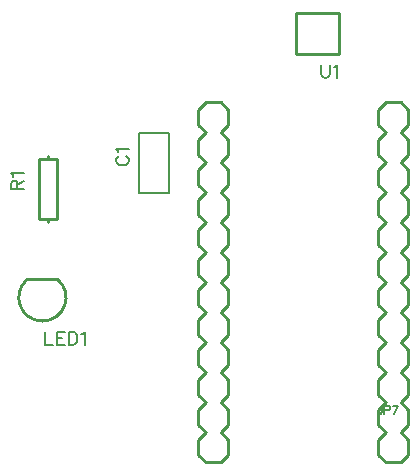
<source format=gto>
G04 ---------------------------- Layer name :TOP SILK LAYER*
G04 EasyEDA v5.8.22, Sun, 09 Dec 2018 21:39:12 GMT*
G04 2c5bf0bc6ca0461b88a5c6b9ef220c93*
G04 Gerber Generator version 0.2*
G04 Scale: 100 percent, Rotated: No, Reflected: No *
G04 Dimensions in millimeters *
G04 leading zeros omitted , absolute positions ,3 integer and 3 decimal *
%FSLAX33Y33*%
%MOMM*%
G90*
G71D02*

%ADD10C,0.254000*%
%ADD15C,0.200660*%
%ADD16C,0.152400*%
%ADD17C,0.177800*%

%LPD*%
G54D10*
G01X39369Y14350D02*
G01X38734Y13715D01*
G01X39369Y13080D01*
G01X39369Y11810D01*
G01X38734Y11175D01*
G01X39369Y10540D01*
G01X39369Y9270D01*
G01X38734Y8635D01*
G01X37464Y8635D01*
G01X36829Y9270D01*
G01X36829Y10540D01*
G01X37464Y11175D01*
G01X36829Y11810D01*
G01X36829Y13080D01*
G01X37464Y13715D01*
G01X36829Y14350D01*
G01X36829Y15620D01*
G01X37464Y16255D01*
G01X36829Y16890D01*
G01X36829Y18160D01*
G01X37464Y18795D01*
G01X36829Y19430D01*
G01X36829Y20700D01*
G01X37464Y21335D01*
G01X36829Y21970D01*
G01X36829Y23240D01*
G01X37464Y23875D01*
G01X36829Y24510D01*
G01X36829Y25780D01*
G01X37464Y26415D01*
G01X36829Y27050D01*
G01X36829Y28320D01*
G01X37464Y28955D01*
G01X36829Y29590D01*
G01X36829Y30860D01*
G01X37464Y31495D01*
G01X36829Y32130D01*
G01X36829Y33400D01*
G01X37464Y34035D01*
G01X36829Y34670D01*
G01X36829Y35940D01*
G01X37464Y36575D01*
G01X36829Y37210D01*
G01X36829Y38480D01*
G01X37464Y39115D01*
G01X38734Y39115D01*
G01X39369Y38480D01*
G01X39369Y37210D01*
G01X38734Y36575D01*
G01X39369Y35940D01*
G01X39369Y34670D01*
G01X38734Y34035D01*
G01X39369Y33400D01*
G01X39369Y32130D01*
G01X38734Y31495D01*
G01X39369Y30860D01*
G01X39369Y29590D01*
G01X38734Y28955D01*
G01X39369Y28320D01*
G01X39369Y27050D01*
G01X38734Y26415D01*
G01X39369Y25780D01*
G01X39369Y24510D01*
G01X38734Y23875D01*
G01X39369Y23240D01*
G01X39369Y21970D01*
G01X38734Y21335D01*
G01X39369Y20700D01*
G01X39369Y19430D01*
G01X38734Y18795D01*
G01X39369Y18160D01*
G01X39369Y16890D01*
G01X38734Y16255D01*
G01X39369Y15620D01*
G01X39369Y14350D01*
G01X21589Y33400D02*
G01X22224Y34035D01*
G01X21589Y34670D01*
G01X21589Y35940D01*
G01X22224Y36575D01*
G01X21589Y37210D01*
G01X21589Y38480D01*
G01X22224Y39115D01*
G01X23494Y39115D01*
G01X24129Y38480D01*
G01X24129Y37210D01*
G01X23494Y36575D01*
G01X24129Y35940D01*
G01X24129Y34670D01*
G01X23494Y34035D01*
G01X24129Y33400D01*
G01X24129Y32130D01*
G01X23494Y31495D01*
G01X24129Y30860D01*
G01X24129Y29590D01*
G01X23494Y28955D01*
G01X24129Y28320D01*
G01X24129Y27050D01*
G01X23494Y26415D01*
G01X24129Y25780D01*
G01X24129Y24510D01*
G01X23494Y23875D01*
G01X24129Y23240D01*
G01X24129Y21970D01*
G01X23494Y21335D01*
G01X24129Y20700D01*
G01X24129Y19430D01*
G01X23494Y18795D01*
G01X24129Y18160D01*
G01X24129Y16890D01*
G01X23494Y16255D01*
G01X24129Y15620D01*
G01X24129Y14350D01*
G01X23494Y13715D01*
G01X24129Y13080D01*
G01X24129Y11810D01*
G01X23494Y11175D01*
G01X24129Y10540D01*
G01X24129Y9270D01*
G01X23494Y8635D01*
G01X22224Y8635D01*
G01X21589Y9270D01*
G01X21589Y10540D01*
G01X22224Y11175D01*
G01X21589Y11810D01*
G01X21589Y13080D01*
G01X22224Y13715D01*
G01X21589Y14350D01*
G01X21589Y15620D01*
G01X22224Y16255D01*
G01X21589Y16890D01*
G01X21589Y18160D01*
G01X22224Y18795D01*
G01X21589Y19430D01*
G01X21589Y20700D01*
G01X22224Y21335D01*
G01X21589Y21970D01*
G01X21589Y23240D01*
G01X22224Y23875D01*
G01X21589Y24510D01*
G01X21589Y25780D01*
G01X22224Y26415D01*
G01X21589Y27050D01*
G01X21589Y28320D01*
G01X22224Y28955D01*
G01X21589Y29590D01*
G01X21589Y30860D01*
G01X22224Y31495D01*
G01X21589Y32130D01*
G01X21589Y33400D01*
G01X33527Y43179D02*
G01X29827Y43179D01*
G01X29827Y46680D01*
G01X33527Y46680D01*
G01X33527Y43279D01*
G01X33427Y43179D01*
G54D15*
G01X16588Y36547D02*
G01X16588Y31467D01*
G01X19128Y31467D01*
G01X19128Y36547D01*
G01X16588Y36547D01*
G54D10*
G01X9651Y24129D02*
G01X7104Y24135D01*
G01X8127Y29209D02*
G01X8127Y34289D01*
G01X8127Y34289D02*
G01X8889Y34289D01*
G01X8889Y34289D02*
G01X9651Y34289D01*
G01X9651Y34289D02*
G01X9651Y29209D01*
G01X9651Y29209D02*
G01X8889Y29209D01*
G01X8889Y29209D02*
G01X8127Y29209D01*
G01X8889Y34289D02*
G01X8889Y34543D01*
G01X8889Y29209D02*
G01X8889Y28955D01*
G54D16*
G01X37099Y13421D02*
G01X37099Y12865D01*
G01X37066Y12763D01*
G01X37030Y12727D01*
G01X36962Y12692D01*
G01X36893Y12692D01*
G01X36822Y12727D01*
G01X36789Y12763D01*
G01X36753Y12865D01*
G01X36753Y12936D01*
G01X37327Y13421D02*
G01X37327Y12692D01*
G01X37327Y13421D02*
G01X37640Y13421D01*
G01X37744Y13385D01*
G01X37779Y13350D01*
G01X37812Y13281D01*
G01X37812Y13177D01*
G01X37779Y13108D01*
G01X37744Y13073D01*
G01X37640Y13040D01*
G01X37327Y13040D01*
G01X38526Y13421D02*
G01X38181Y12692D01*
G01X38041Y13421D02*
G01X38526Y13421D01*
G54D17*
G01X32003Y42278D02*
G01X32003Y41500D01*
G01X32054Y41343D01*
G01X32158Y41239D01*
G01X32316Y41188D01*
G01X32420Y41188D01*
G01X32575Y41239D01*
G01X32679Y41343D01*
G01X32730Y41500D01*
G01X32730Y42278D01*
G01X33073Y42072D02*
G01X33177Y42123D01*
G01X33334Y42278D01*
G01X33334Y41188D01*
G01X14876Y34561D02*
G01X14772Y34508D01*
G01X14668Y34404D01*
G01X14617Y34302D01*
G01X14617Y34094D01*
G01X14668Y33990D01*
G01X14772Y33886D01*
G01X14876Y33832D01*
G01X15031Y33781D01*
G01X15290Y33781D01*
G01X15448Y33832D01*
G01X15552Y33886D01*
G01X15656Y33990D01*
G01X15707Y34094D01*
G01X15707Y34302D01*
G01X15656Y34404D01*
G01X15552Y34508D01*
G01X15448Y34561D01*
G01X14823Y34904D02*
G01X14772Y35008D01*
G01X14617Y35163D01*
G01X15707Y35163D01*
G01X8635Y19672D02*
G01X8635Y18582D01*
G01X8635Y18582D02*
G01X9258Y18582D01*
G01X9601Y19672D02*
G01X9601Y18582D01*
G01X9601Y19672D02*
G01X10276Y19672D01*
G01X9601Y19154D02*
G01X10017Y19154D01*
G01X9601Y18582D02*
G01X10276Y18582D01*
G01X10619Y19672D02*
G01X10619Y18582D01*
G01X10619Y19672D02*
G01X10985Y19672D01*
G01X11140Y19621D01*
G01X11244Y19517D01*
G01X11295Y19413D01*
G01X11348Y19258D01*
G01X11348Y18999D01*
G01X11295Y18841D01*
G01X11244Y18737D01*
G01X11140Y18633D01*
G01X10985Y18582D01*
G01X10619Y18582D01*
G01X11691Y19466D02*
G01X11795Y19517D01*
G01X11950Y19672D01*
G01X11950Y18582D01*
G01X5727Y31749D02*
G01X6817Y31749D01*
G01X5727Y31749D02*
G01X5727Y32217D01*
G01X5778Y32372D01*
G01X5829Y32425D01*
G01X5933Y32476D01*
G01X6037Y32476D01*
G01X6141Y32425D01*
G01X6194Y32372D01*
G01X6245Y32217D01*
G01X6245Y31749D01*
G01X6245Y32113D02*
G01X6817Y32476D01*
G01X5933Y32819D02*
G01X5882Y32923D01*
G01X5727Y33080D01*
G01X6817Y33080D01*
G54D10*
G75*
G01X7116Y24130D02*
G3X9651Y24130I1267J-1547D01*
G01*
M00*
M02*

</source>
